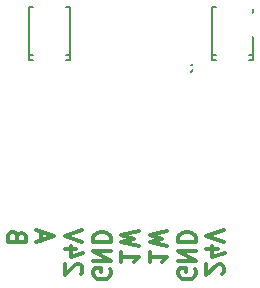
<source format=gbr>
G04 #@! TF.FileFunction,Legend,Bot*
%FSLAX46Y46*%
G04 Gerber Fmt 4.6, Leading zero omitted, Abs format (unit mm)*
G04 Created by KiCad (PCBNEW 4.0.0-stable) date 04.02.2016 17:28:42*
%MOMM*%
G01*
G04 APERTURE LIST*
%ADD10C,0.100000*%
%ADD11C,0.300000*%
%ADD12C,0.150000*%
%ADD13R,2.200860X2.899360*%
%ADD14C,2.000000*%
%ADD15R,2.940000X2.940000*%
%ADD16C,2.940000*%
%ADD17C,2.600000*%
%ADD18R,2.200000X1.000000*%
%ADD19R,1.000000X2.200000*%
%ADD20R,2.432000X2.432000*%
%ADD21O,2.432000X2.432000*%
G04 APERTURE END LIST*
D10*
D11*
X157414571Y-124507142D02*
X157486000Y-124435713D01*
X157557429Y-124292856D01*
X157557429Y-123935713D01*
X157486000Y-123792856D01*
X157414571Y-123721427D01*
X157271714Y-123649999D01*
X157128857Y-123649999D01*
X156914571Y-123721427D01*
X156057429Y-124578570D01*
X156057429Y-123649999D01*
X157057429Y-122364285D02*
X156057429Y-122364285D01*
X157628857Y-122721428D02*
X156557429Y-123078571D01*
X156557429Y-122149999D01*
X157557429Y-121792857D02*
X156057429Y-121292857D01*
X157557429Y-120792857D01*
X155086000Y-124078572D02*
X155157429Y-124221429D01*
X155157429Y-124435715D01*
X155086000Y-124650000D01*
X154943143Y-124792858D01*
X154800286Y-124864286D01*
X154514571Y-124935715D01*
X154300286Y-124935715D01*
X154014571Y-124864286D01*
X153871714Y-124792858D01*
X153728857Y-124650000D01*
X153657429Y-124435715D01*
X153657429Y-124292858D01*
X153728857Y-124078572D01*
X153800286Y-124007143D01*
X154300286Y-124007143D01*
X154300286Y-124292858D01*
X153657429Y-123364286D02*
X155157429Y-123364286D01*
X153657429Y-122507143D01*
X155157429Y-122507143D01*
X153657429Y-121792857D02*
X155157429Y-121792857D01*
X155157429Y-121435714D01*
X155086000Y-121221429D01*
X154943143Y-121078571D01*
X154800286Y-121007143D01*
X154514571Y-120935714D01*
X154300286Y-120935714D01*
X154014571Y-121007143D01*
X153871714Y-121078571D01*
X153728857Y-121221429D01*
X153657429Y-121435714D01*
X153657429Y-121792857D01*
X151257429Y-122650000D02*
X151257429Y-123507143D01*
X151257429Y-123078571D02*
X152757429Y-123078571D01*
X152543143Y-123221428D01*
X152400286Y-123364286D01*
X152328857Y-123507143D01*
X152757429Y-122150000D02*
X151257429Y-121792857D01*
X152328857Y-121507143D01*
X151257429Y-121221429D01*
X152757429Y-120864286D01*
X148857429Y-122650000D02*
X148857429Y-123507143D01*
X148857429Y-123078571D02*
X150357429Y-123078571D01*
X150143143Y-123221428D01*
X150000286Y-123364286D01*
X149928857Y-123507143D01*
X150357429Y-122150000D02*
X148857429Y-121792857D01*
X149928857Y-121507143D01*
X148857429Y-121221429D01*
X150357429Y-120864286D01*
X147886000Y-124078572D02*
X147957429Y-124221429D01*
X147957429Y-124435715D01*
X147886000Y-124650000D01*
X147743143Y-124792858D01*
X147600286Y-124864286D01*
X147314571Y-124935715D01*
X147100286Y-124935715D01*
X146814571Y-124864286D01*
X146671714Y-124792858D01*
X146528857Y-124650000D01*
X146457429Y-124435715D01*
X146457429Y-124292858D01*
X146528857Y-124078572D01*
X146600286Y-124007143D01*
X147100286Y-124007143D01*
X147100286Y-124292858D01*
X146457429Y-123364286D02*
X147957429Y-123364286D01*
X146457429Y-122507143D01*
X147957429Y-122507143D01*
X146457429Y-121792857D02*
X147957429Y-121792857D01*
X147957429Y-121435714D01*
X147886000Y-121221429D01*
X147743143Y-121078571D01*
X147600286Y-121007143D01*
X147314571Y-120935714D01*
X147100286Y-120935714D01*
X146814571Y-121007143D01*
X146671714Y-121078571D01*
X146528857Y-121221429D01*
X146457429Y-121435714D01*
X146457429Y-121792857D01*
X145414571Y-124507142D02*
X145486000Y-124435713D01*
X145557429Y-124292856D01*
X145557429Y-123935713D01*
X145486000Y-123792856D01*
X145414571Y-123721427D01*
X145271714Y-123649999D01*
X145128857Y-123649999D01*
X144914571Y-123721427D01*
X144057429Y-124578570D01*
X144057429Y-123649999D01*
X145057429Y-122364285D02*
X144057429Y-122364285D01*
X145628857Y-122721428D02*
X144557429Y-123078571D01*
X144557429Y-122149999D01*
X145557429Y-121792857D02*
X144057429Y-121292857D01*
X145557429Y-120792857D01*
X142086000Y-121650000D02*
X142086000Y-120935714D01*
X141657429Y-121792857D02*
X143157429Y-121292857D01*
X141657429Y-120792857D01*
X140043143Y-121292857D02*
X139971714Y-121078571D01*
X139900286Y-121007143D01*
X139757429Y-120935714D01*
X139543143Y-120935714D01*
X139400286Y-121007143D01*
X139328857Y-121078571D01*
X139257429Y-121221429D01*
X139257429Y-121792857D01*
X140757429Y-121792857D01*
X140757429Y-121292857D01*
X140686000Y-121150000D01*
X140614571Y-121078571D01*
X140471714Y-121007143D01*
X140328857Y-121007143D01*
X140186000Y-121078571D01*
X140114571Y-121150000D01*
X140043143Y-121292857D01*
X140043143Y-121792857D01*
D12*
X140997940Y-105939140D02*
X141348460Y-105939140D01*
X144498060Y-105939140D02*
X144147540Y-105939140D01*
X140997940Y-101889560D02*
X141348460Y-101889560D01*
X140997940Y-106390440D02*
X141348460Y-106390440D01*
X144498060Y-106390440D02*
X144147540Y-106390440D01*
X144498060Y-101889560D02*
X144147540Y-101889560D01*
X140997940Y-106390440D02*
X140997940Y-101889560D01*
X144498060Y-106390440D02*
X144498060Y-101889560D01*
X156491940Y-105939140D02*
X156842460Y-105939140D01*
X159992060Y-105939140D02*
X159641540Y-105939140D01*
X156491940Y-101889560D02*
X156842460Y-101889560D01*
X156491940Y-106390440D02*
X156842460Y-106390440D01*
X159992060Y-106390440D02*
X159641540Y-106390440D01*
X159992060Y-101889560D02*
X159641540Y-101889560D01*
X156491940Y-106390440D02*
X156491940Y-101889560D01*
X159992060Y-106390440D02*
X159992060Y-101889560D01*
X155744381Y-106778095D02*
X154744381Y-106778095D01*
X155744381Y-107349524D02*
X155172952Y-106920952D01*
X154744381Y-107349524D02*
X155315810Y-106778095D01*
%LPC*%
D13*
X142748000Y-106138980D03*
X142748000Y-102141020D03*
X158242000Y-106138980D03*
X158242000Y-102141020D03*
D14*
X142240000Y-109220000D03*
X142240000Y-114300000D03*
X144780000Y-109220000D03*
X144780000Y-114300000D03*
X139700000Y-114300000D03*
X139700000Y-109220000D03*
X147320000Y-114300000D03*
X147320000Y-109220000D03*
X149860000Y-114300000D03*
X152400000Y-114300000D03*
X154940000Y-114300000D03*
X157480000Y-114300000D03*
X149860000Y-109220000D03*
X152400000Y-109220000D03*
X154940000Y-109220000D03*
X157480000Y-109220000D03*
D15*
X160020000Y-81280000D03*
D16*
X160020000Y-86360000D03*
D15*
X139700000Y-86360000D03*
D16*
X139700000Y-81280000D03*
D14*
X151200000Y-100760000D03*
D17*
X151200000Y-84380000D03*
X151200000Y-79340000D03*
D14*
X151200000Y-104540000D03*
X146120000Y-100760000D03*
D17*
X146120000Y-84380000D03*
X146120000Y-79340000D03*
D14*
X146120000Y-104540000D03*
D18*
X145768000Y-116078000D03*
X145768000Y-117348000D03*
X145768000Y-118618000D03*
X142268000Y-118618000D03*
X142268000Y-117348000D03*
X142268000Y-116078000D03*
D19*
X155448000Y-106652000D03*
X154178000Y-106652000D03*
X152908000Y-106652000D03*
X152908000Y-103152000D03*
X154178000Y-103152000D03*
X155448000Y-103152000D03*
D20*
X139700000Y-100838000D03*
D21*
X139700000Y-103378000D03*
D20*
X160782000Y-100838000D03*
D21*
X160782000Y-103378000D03*
M02*

</source>
